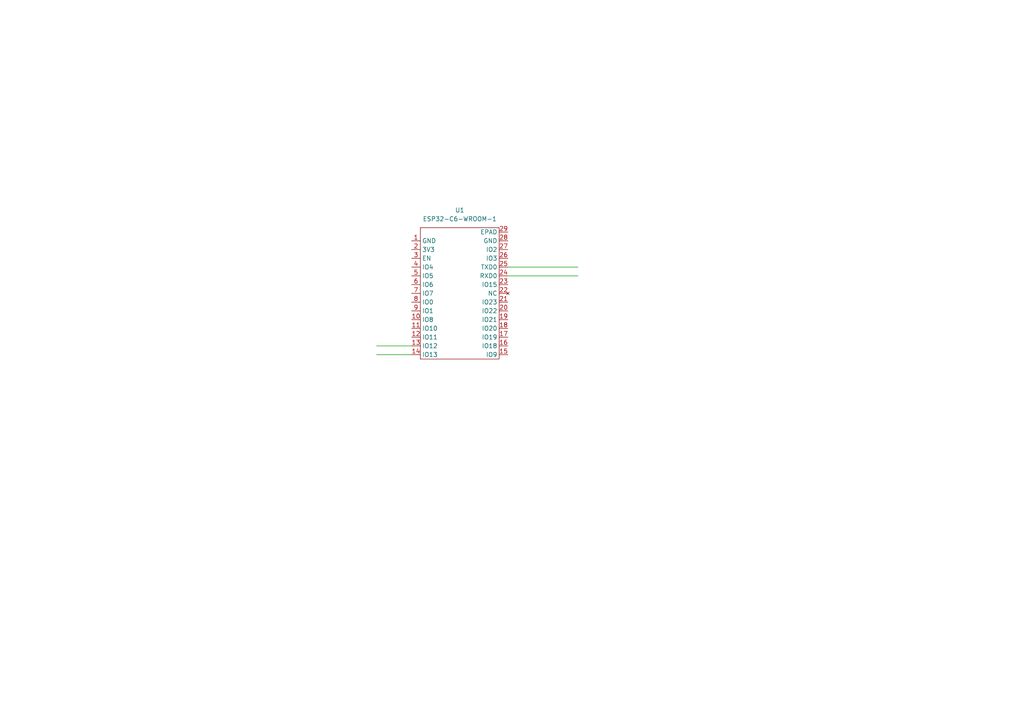
<source format=kicad_sch>
(kicad_sch (version 20230121) (generator eeschema)
  (paper "A4")
  (lib_symbols
    (symbol "parts:ESP32-C6-WROOM-1"
      (property "Reference" "U" (at -10.16 21.59 0))
      (property "Value" "ESP32-C6-WROOM-1" (at 0 0 90))
      (symbol "ESP32-C6-WROOM-1_0_1"
        (rectangle (start -11.43 -17.78) (end 11.43 20.32))
      )
      (symbol "ESP32-C6-WROOM-1_1_1"
        (pin power_in line (at -13.97 16.51 0) (length 2.54) (name "GND") (number "1"))
        (pin bidirectional line (at -13.97 -6.35 0) (length 2.54) (name "IO8") (number "10"))
        (pin bidirectional line (at -13.97 -8.89 0) (length 2.54) (name "IO10") (number "11"))
        (pin bidirectional line (at -13.97 -11.43 0) (length 2.54) (name "IO11") (number "12"))
        (pin bidirectional line (at -13.97 -13.97 0) (length 2.54) (name "IO12") (number "13"))
        (pin bidirectional line (at -13.97 -16.51 0) (length 2.54) (name "IO13") (number "14"))
        (pin bidirectional line (at 13.97 -16.51 180) (length 2.54) (name "IO9") (number "15"))
        (pin bidirectional line (at 13.97 -13.97 180) (length 2.54) (name "IO18") (number "16"))
        (pin bidirectional line (at 13.97 -11.43 180) (length 2.54) (name "IO19") (number "17"))
        (pin bidirectional line (at 13.97 -8.89 180) (length 2.54) (name "IO20") (number "18"))
        (pin bidirectional line (at 13.97 -6.35 180) (length 2.54) (name "IO21") (number "19"))
        (pin power_in line (at -13.97 13.97 0) (length 2.54) (name "3V3") (number "2"))
        (pin bidirectional line (at 13.97 -3.81 180) (length 2.54) (name "IO22") (number "20"))
        (pin bidirectional line (at 13.97 -1.27 180) (length 2.54) (name "IO23") (number "21"))
        (pin no_connect line (at 13.97 1.27 180) (length 2.54) (name "NC") (number "22"))
        (pin bidirectional line (at 13.97 3.81 180) (length 2.54) (name "IO15") (number "23"))
        (pin input line (at 13.97 6.35 180) (length 2.54) (name "RXD0") (number "24"))
        (pin output line (at 13.97 8.89 180) (length 2.54) (name "TXD0") (number "25"))
        (pin bidirectional line (at 13.97 11.43 180) (length 2.54) (name "IO3") (number "26"))
        (pin bidirectional line (at 13.97 13.97 180) (length 2.54) (name "IO2") (number "27"))
        (pin power_in line (at 13.97 16.51 180) (length 2.54) (name "GND") (number "28"))
        (pin power_in line (at 13.97 19.05 180) (length 2.54) (name "EPAD") (number "29"))
        (pin input line (at -13.97 11.43 0) (length 2.54) (name "EN") (number "3"))
        (pin bidirectional line (at -13.97 8.89 0) (length 2.54) (name "IO4") (number "4"))
        (pin bidirectional line (at -13.97 6.35 0) (length 2.54) (name "IO5") (number "5"))
        (pin bidirectional line (at -13.97 3.81 0) (length 2.54) (name "IO6") (number "6"))
        (pin bidirectional line (at -13.97 1.27 0) (length 2.54) (name "IO7") (number "7"))
        (pin bidirectional line (at -13.97 -1.27 0) (length 2.54) (name "IO0") (number "8"))
        (pin bidirectional line (at -13.97 -3.81 0) (length 2.54) (name "IO1") (number "9"))
      )
    )
  )
  (wire (pts (xy 109.22 102.87) (xy 119.38 102.87)))
  (wire (pts (xy 147.32 77.47) (xy 167.64 77.47)))
  (wire (pts (xy 147.32 80.01) (xy 167.64 80.01)))
  (wire (pts (xy 109.22 100.33) (xy 119.38 100.33)))
  (symbol (lib_id "parts:ESP32-C6-WROOM-1") (at 133.35 86.36 0) (unit 1) (in_bom no)
    (property "Reference" "U1" (at 133.35 60.96 0))
    (property "Value" "ESP32-C6-WROOM-1" (at 133.35 63.5 0))
    (property "Footprint" "parts:ESP32-C6-WROOM-1" (effects hide))
    (property "Datasheet" "https://www.espressif.com/sites/default/files/documentation/esp32-c6-wroom-1_datasheet_en.pdf" (effects hide))
    (instances (project "keyboard_rev1" (path "" (reference "U1") (unit 1)) (path "" (reference "U1") (unit 1))) (project "ha_esp_remote" (path "" (reference "U6") (unit 1))))
  )
)
</source>
